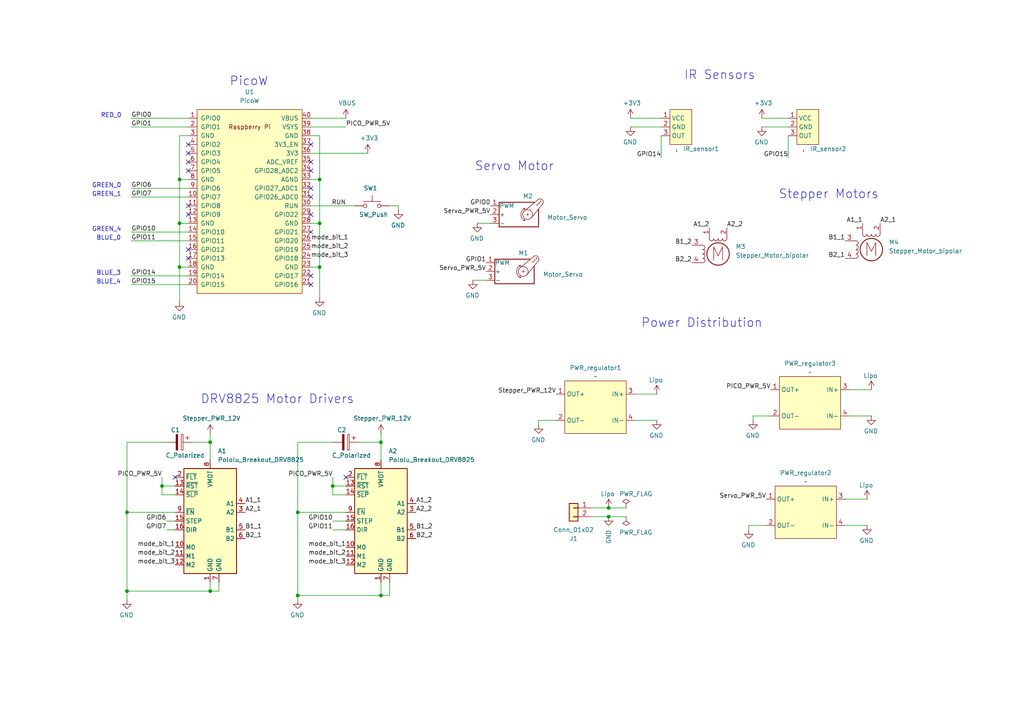
<source format=kicad_sch>
(kicad_sch (version 20231120) (generator "eeschema") (generator_version "8.0")
  (paper "A4")
  (lib_symbols
    (symbol "Connector_Generic:Conn_01x02" (pin_names (offset 1.016) hide)
      (property "Reference" "J" (at 0 2.54 0))
      (property "Value" "Conn_01x02" (at 0 -5.08 0))
      (symbol "Conn_01x02_1_1"
        (rectangle (start -1.27 -2.413) (end 0 -2.667) (stroke (width 0.1524)))
        (rectangle (start -1.27 0.127) (end 0 -0.127) (stroke (width 0.1524)))
        (rectangle (start -1.27 1.27) (end 1.27 -3.81) (stroke (width 0.254)) (fill (type background)))
        (pin passive line (at -5.08 0 0) (length 3.81) (name "Pin_1") (number "1"))
        (pin passive line (at -5.08 -2.54 0) (length 3.81) (name "Pin_2") (number "2"))
      )
    )
    (symbol "Device:C_Polarized" (pin_numbers hide) (pin_names (offset 0.254))
      (property "Reference" "C" (at 0.635 2.54 0))
      (property "Value" "C_Polarized" (at 0.635 -2.54 0))
      (symbol "C_Polarized_0_1"
        (rectangle (start -2.286 0.508) (end 2.286 1.016))
        (polyline (pts (xy -1.778 2.286) (xy -0.762 2.286)))
        (polyline (pts (xy -1.27 2.794) (xy -1.27 1.778)))
        (rectangle (start 2.286 -0.508) (end -2.286 -1.016) (fill (type outline)))
      )
      (symbol "C_Polarized_1_1"
        (pin passive line (at 0 3.81 270) (length 2.794) (name "~") (number "1"))
        (pin passive line (at 0 -3.81 90) (length 2.794) (name "~") (number "2"))
      )
    )
    (symbol "Driver_Motor:Pololu_Breakout_DRV8825"
      (property "Reference" "A" (at -2.54 16.51 0))
      (property "Value" "Pololu_Breakout_DRV8825" (at -2.54 13.97 0))
      (symbol "Pololu_Breakout_DRV8825_0_1"
        (rectangle (start 7.62 -17.78) (end -7.62 12.7) (stroke (width 0.254)) (fill (type background)))
      )
      (symbol "Pololu_Breakout_DRV8825_1_1"
        (pin power_in line (at 0 -20.32 90) (length 2.54) (name "GND") (number "1"))
        (pin input line (at -10.16 -10.16 0) (length 2.54) (name "M0") (number "10"))
        (pin input line (at -10.16 -12.7 0) (length 2.54) (name "M1") (number "11"))
        (pin input line (at -10.16 -15.24 0) (length 2.54) (name "M2") (number "12"))
        (pin input line (at -10.16 7.62 0) (length 2.54) (name "~{RST}") (number "13"))
        (pin input line (at -10.16 5.08 0) (length 2.54) (name "~{SLP}") (number "14"))
        (pin input line (at -10.16 -2.54 0) (length 2.54) (name "STEP") (number "15"))
        (pin input line (at -10.16 -5.08 0) (length 2.54) (name "DIR") (number "16"))
        (pin output line (at -10.16 10.16 0) (length 2.54) (name "~{FLT}") (number "2"))
        (pin output line (at 10.16 0 180) (length 2.54) (name "A2") (number "3"))
        (pin output line (at 10.16 2.54 180) (length 2.54) (name "A1") (number "4"))
        (pin output line (at 10.16 -5.08 180) (length 2.54) (name "B1") (number "5"))
        (pin output line (at 10.16 -7.62 180) (length 2.54) (name "B2") (number "6"))
        (pin power_in line (at 2.54 -20.32 90) (length 2.54) (name "GND") (number "7"))
        (pin power_in line (at 0 15.24 270) (length 2.54) (name "VMOT") (number "8"))
        (pin input line (at -10.16 0 0) (length 2.54) (name "~{EN}") (number "9"))
      )
    )
    (symbol "Motor:Motor_Servo" (pin_names (offset 0.0254))
      (property "Reference" "M" (at -5.08 4.445 0))
      (property "Value" "Motor_Servo" (at -5.08 -4.064 0))
      (symbol "Motor_Servo_0_1"
        (polyline (pts (xy 2.413 -1.778) (xy 2.032 -1.778)))
        (polyline (pts (xy 2.413 -1.778) (xy 2.286 -1.397)))
        (polyline (pts (xy 2.413 1.778) (xy 1.905 1.778)))
        (polyline (pts (xy 2.413 1.778) (xy 2.286 1.397)))
        (polyline (pts (xy 6.35 4.445) (xy 2.54 1.27)))
        (polyline (pts (xy 7.62 3.175) (xy 4.191 -1.016)))
        (polyline (pts (xy 5.08 3.556) (xy -5.08 3.556) (xy -5.08 -3.556) (xy 6.35 -3.556) (xy 6.35 1.524)) (stroke (width 0.254)))
        (arc (start 2.413 1.778) (mid 1.2406 0) (end 2.413 -1.778))
        (circle (center 3.175 0) (radius 0.1778))
        (circle (center 3.175 0) (radius 1.4224))
        (circle (center 5.969 2.794) (radius 0.127))
        (circle (center 6.477 3.302) (radius 0.127))
        (circle (center 6.985 3.81) (radius 0.127))
        (arc (start 7.62 3.175) (mid 7.4485 4.2735) (end 6.35 4.445))
      )
      (symbol "Motor_Servo_1_1"
        (pin passive line (at -7.62 2.54 0) (length 2.54) (name "PWM") (number "1"))
        (pin passive line (at -7.62 0 0) (length 2.54) (name "+") (number "2"))
        (pin passive line (at -7.62 -2.54 0) (length 2.54) (name "-") (number "3"))
      )
    )
    (symbol "Motor:Stepper_Motor_bipolar" (pin_names (offset 0) hide)
      (property "Reference" "M" (at 3.81 2.54 0))
      (property "Value" "Stepper_Motor_bipolar" (at 3.81 1.27 0))
      (symbol "Stepper_Motor_bipolar_0_0"
        (polyline (pts (xy -1.27 -1.778) (xy -1.27 2.032) (xy 0 -0.508) (xy 1.27 2.032) (xy 1.27 -1.778)))
      )
      (symbol "Stepper_Motor_bipolar_0_1"
        (arc (start -4.445 -2.54) (mid -3.8127 -1.905) (end -4.445 -1.27))
        (arc (start -4.445 -1.27) (mid -3.8127 -0.635) (end -4.445 0))
        (arc (start -4.445 0) (mid -3.8127 0.635) (end -4.445 1.27))
        (arc (start -4.445 1.27) (mid -3.8127 1.905) (end -4.445 2.54))
        (arc (start -2.54 4.445) (mid -1.905 3.8127) (end -1.27 4.445))
        (arc (start -1.27 4.445) (mid -0.635 3.8127) (end 0 4.445))
        (polyline (pts (xy -5.08 -2.54) (xy -4.445 -2.54)))
        (polyline (pts (xy -5.08 2.54) (xy -4.445 2.54)))
        (polyline (pts (xy -2.54 5.08) (xy -2.54 4.445)))
        (polyline (pts (xy 2.54 5.08) (xy 2.54 4.445)))
        (circle (center 0 0) (radius 3.2512) (stroke (width 0.254)))
        (arc (start 0 4.445) (mid 0.635 3.8127) (end 1.27 4.445))
        (arc (start 1.27 4.445) (mid 1.905 3.8127) (end 2.54 4.445))
      )
      (symbol "Stepper_Motor_bipolar_1_1"
        (pin passive line (at -2.54 7.62 270) (length 2.54) (name "~") (number "1"))
        (pin passive line (at 2.54 7.62 270) (length 2.54) (name "-") (number "2"))
        (pin passive line (at -7.62 2.54 0) (length 2.54) (name "~") (number "3"))
        (pin passive line (at -7.62 -2.54 0) (length 2.54) (name "~") (number "4"))
      )
    )
    (symbol "New_Library:IR_sensor"
      (property "Reference" "IR_sensor" (at 0 5.08 0))
      (symbol "IR_sensor_1_1"
        (rectangle (start -5.08 3.81) (end 5.08 -2.54) (fill (type background)))
        (pin power_in line (at -2.54 -5.08 90) (length 2.54) (name "VCC") (number "1"))
        (pin bidirectional line (at 0 -5.08 90) (length 2.54) (name "GND") (number "2"))
        (pin bidirectional line (at 2.54 -5.08 90) (length 2.54) (name "OUT") (number "3"))
      )
    )
    (symbol "New_Library:PicoW" (pin_names (offset 1.016))
      (property "Reference" "U1" (at 0 29.21 0))
      (property "Value" "PicoW" (at 0 16.51 0))
      (symbol "PicoW_0_0"
        (text "Raspberry Pi" (at 0 21.59 0) (effects (font (size 1.27 1.27))))
      )
      (symbol "PicoW_0_1"
        (rectangle (start -15.24 26.67) (end 15.24 -26.67) (fill (type background)))
      )
      (symbol "PicoW_1_1"
        (pin bidirectional line (at -17.78 24.13 0) (length 2.54) (name "GPIO0") (number "1"))
        (pin bidirectional line (at -17.78 1.27 0) (length 2.54) (name "GPIO7") (number "10"))
        (pin bidirectional line (at -17.78 -1.27 0) (length 2.54) (name "GPIO8") (number "11"))
        (pin bidirectional line (at -17.78 -3.81 0) (length 2.54) (name "GPIO9") (number "12"))
        (pin power_in line (at -17.78 -6.35 0) (length 2.54) (name "GND") (number "13"))
        (pin bidirectional line (at -17.78 -8.89 0) (length 2.54) (name "GPIO10") (number "14"))
        (pin bidirectional line (at -17.78 -11.43 0) (length 2.54) (name "GPIO11") (number "15"))
        (pin bidirectional line (at -17.78 -13.97 0) (length 2.54) (name "GPIO12") (number "16"))
        (pin bidirectional line (at -17.78 -16.51 0) (length 2.54) (name "GPIO13") (number "17"))
        (pin power_in line (at -17.78 -19.05 0) (length 2.54) (name "GND") (number "18"))
        (pin bidirectional line (at -17.78 -21.59 0) (length 2.54) (name "GPIO14") (number "19"))
        (pin bidirectional line (at -17.78 21.59 0) (length 2.54) (name "GPIO1") (number "2"))
        (pin bidirectional line (at -17.78 -24.13 0) (length 2.54) (name "GPIO15") (number "20"))
        (pin bidirectional line (at 17.78 -24.13 180) (length 2.54) (name "GPIO16") (number "21"))
        (pin bidirectional line (at 17.78 -21.59 180) (length 2.54) (name "GPIO17") (number "22"))
        (pin power_in line (at 17.78 -19.05 180) (length 2.54) (name "GND") (number "23"))
        (pin bidirectional line (at 17.78 -16.51 180) (length 2.54) (name "GPIO18") (number "24"))
        (pin bidirectional line (at 17.78 -13.97 180) (length 2.54) (name "GPIO19") (number "25"))
        (pin bidirectional line (at 17.78 -11.43 180) (length 2.54) (name "GPIO20") (number "26"))
        (pin bidirectional line (at 17.78 -8.89 180) (length 2.54) (name "GPIO21") (number "27"))
        (pin power_in line (at 17.78 -6.35 180) (length 2.54) (name "GND") (number "28"))
        (pin bidirectional line (at 17.78 -3.81 180) (length 2.54) (name "GPIO22") (number "29"))
        (pin power_in line (at -17.78 19.05 0) (length 2.54) (name "GND") (number "3"))
        (pin input line (at 17.78 -1.27 180) (length 2.54) (name "RUN") (number "30"))
        (pin bidirectional line (at 17.78 1.27 180) (length 2.54) (name "GPIO26_ADC0") (number "31"))
        (pin bidirectional line (at 17.78 3.81 180) (length 2.54) (name "GPIO27_ADC1") (number "32"))
        (pin power_in line (at 17.78 6.35 180) (length 2.54) (name "AGND") (number "33"))
        (pin bidirectional line (at 17.78 8.89 180) (length 2.54) (name "GPIO28_ADC2") (number "34"))
        (pin unspecified line (at 17.78 11.43 180) (length 2.54) (name "ADC_VREF") (number "35"))
        (pin power_out line (at 17.78 13.97 180) (length 2.54) (name "3V3") (number "36"))
        (pin input line (at 17.78 16.51 180) (length 2.54) (name "3V3_EN") (number "37"))
        (pin bidirectional line (at 17.78 19.05 180) (length 2.54) (name "GND") (number "38"))
        (pin power_in line (at 17.78 21.59 180) (length 2.54) (name "VSYS") (number "39"))
        (pin bidirectional line (at -17.78 16.51 0) (length 2.54) (name "GPIO2") (number "4"))
        (pin power_out line (at 17.78 24.13 180) (length 2.54) (name "VBUS") (number "40"))
        (pin bidirectional line (at -17.78 13.97 0) (length 2.54) (name "GPIO3") (number "5"))
        (pin bidirectional line (at -17.78 11.43 0) (length 2.54) (name "GPIO4") (number "6"))
        (pin bidirectional line (at -17.78 8.89 0) (length 2.54) (name "GPIO5") (number "7"))
        (pin power_in line (at -17.78 6.35 0) (length 2.54) (name "GND") (number "8"))
        (pin bidirectional line (at -17.78 3.81 0) (length 2.54) (name "GPIO6") (number "9"))
      )
    )
    (symbol "New_Library:Power_regulator"
      (property "Reference" "PWR_regulator" (at -0.254 10.16 0))
      (symbol "Power_regulator_1_1"
        (rectangle (start -8.89 7.62) (end 8.89 -7.62) (fill (type background)))
        (pin power_out line (at -11.43 3.81 0) (length 2.54) (name "OUT+") (number "1"))
        (pin power_in line (at -11.43 -3.81 0) (length 2.54) (name "OUT-") (number "2"))
        (pin power_in line (at 11.43 3.81 180) (length 2.54) (name "IN+") (number "3"))
        (pin power_in line (at 11.43 -3.81 180) (length 2.54) (name "IN-") (number "4"))
      )
    )
    (symbol "Switch:SW_Push" (pin_numbers hide) (pin_names (offset 1.016) hide)
      (property "Reference" "SW" (at 1.27 2.54 0))
      (property "Value" "SW_Push" (at 0 -1.524 0))
      (symbol "SW_Push_0_1"
        (circle (center -2.032 0) (radius 0.508))
        (polyline (pts (xy 0 1.27) (xy 0 3.048)))
        (polyline (pts (xy 2.54 1.27) (xy -2.54 1.27)))
        (circle (center 2.032 0) (radius 0.508))
        (pin passive line (at -5.08 0 0) (length 2.54) (name "1") (number "1"))
        (pin passive line (at 5.08 0 180) (length 2.54) (name "2") (number "2"))
      )
    )
    (symbol "power:+3.3V" (power) (pin_numbers hide) (pin_names (offset 0) hide)
      (property "Value" "+3.3V" (at 0 3.556 0))
      (symbol "+3.3V_0_1"
        (polyline (pts (xy -0.762 1.27) (xy 0 2.54)))
        (polyline (pts (xy 0 0) (xy 0 2.54)))
        (polyline (pts (xy 0 2.54) (xy 0.762 1.27)))
      )
      (symbol "+3.3V_1_1"
        (pin power_in line (at 0 0 90) (length 0) (name "~") (number "1"))
      )
    )
    (symbol "power:GND" (power) (pin_numbers hide) (pin_names (offset 0) hide)
      (property "Value" "GND" (at 0 -3.81 0))
      (symbol "GND_0_1"
        (polyline (pts (xy 0 0) (xy 0 -1.27) (xy 1.27 -1.27) (xy 0 -2.54) (xy -1.27 -1.27) (xy 0 -1.27)))
      )
      (symbol "GND_1_1"
        (pin power_in line (at 0 0 270) (length 0) (name "~") (number "1"))
      )
    )
    (symbol "power:PWR_FLAG" (power) (pin_numbers hide) (pin_names (offset 0) hide)
      (property "Value" "PWR_FLAG" (at 0 3.81 0))
      (symbol "PWR_FLAG_0_0"
        (pin power_out line (at 0 0 90) (length 0) (name "~") (number "1"))
      )
      (symbol "PWR_FLAG_0_1"
        (polyline (pts (xy 0 0) (xy 0 1.27) (xy -1.016 1.905) (xy 0 2.54) (xy 1.016 1.905) (xy 0 1.27)))
      )
    )
    (symbol "power:VBUS" (power) (pin_numbers hide) (pin_names (offset 0) hide)
      (property "Value" "VBUS" (at 0 3.556 0))
      (symbol "VBUS_0_1"
        (polyline (pts (xy -0.762 1.27) (xy 0 2.54)))
        (polyline (pts (xy 0 0) (xy 0 2.54)))
        (polyline (pts (xy 0 2.54) (xy 0.762 1.27)))
      )
      (symbol "VBUS_1_1"
        (pin power_in line (at 0 0 90) (length 0) (name "~") (number "1"))
      )
    )
    (symbol "power:VCC" (power) (pin_numbers hide) (pin_names (offset 0) hide)
      (property "Value" "VCC" (at 0 3.556 0))
      (symbol "VCC_0_1"
        (polyline (pts (xy -0.762 1.27) (xy 0 2.54)))
        (polyline (pts (xy 0 0) (xy 0 2.54)))
        (polyline (pts (xy 0 2.54) (xy 0.762 1.27)))
      )
      (symbol "VCC_1_1"
        (pin power_in line (at 0 0 90) (length 0) (name "~") (number "1"))
      )
    )
  )
  (junction (at 96.52 140.97))
  (junction (at 176.53 147.32))
  (junction (at 46.99 140.97))
  (junction (at 86.36 148.59))
  (junction (at 86.36 172.72))
  (junction (at 52.07 77.47))
  (junction (at 92.71 64.77))
  (junction (at 52.07 64.77))
  (junction (at 52.07 52.07))
  (junction (at 92.71 77.47))
  (junction (at 110.49 172.72))
  (junction (at 36.83 171.45))
  (junction (at 176.53 149.86))
  (junction (at 60.96 171.45))
  (junction (at 92.71 52.07))
  (junction (at 110.49 128.27))
  (junction (at 60.96 128.27))
  (junction (at 36.83 148.59))
  (no_connect (at 54.61 41.91))
  (no_connect (at 90.17 57.15))
  (no_connect (at 54.61 49.53))
  (no_connect (at 90.17 62.23))
  (no_connect (at 50.8 138.43))
  (no_connect (at 90.17 54.61))
  (no_connect (at 54.61 62.23))
  (no_connect (at 90.17 49.53))
  (no_connect (at 54.61 44.45))
  (no_connect (at 90.17 41.91))
  (no_connect (at 54.61 59.69))
  (no_connect (at 90.17 46.99))
  (no_connect (at 54.61 72.39))
  (no_connect (at 90.17 82.55))
  (no_connect (at 90.17 67.31))
  (no_connect (at 100.33 138.43))
  (no_connect (at 54.61 46.99))
  (no_connect (at 90.17 80.01))
  (no_connect (at 54.61 74.93))
  (wire (pts (xy 55.88 128.27) (xy 60.96 128.27)))
  (wire (pts (xy 48.26 151.13) (xy 50.8 151.13)))
  (wire (pts (xy 137.16 81.28) (xy 140.97 81.28)))
  (wire (pts (xy 46.99 140.97) (xy 50.8 140.97)))
  (wire (pts (xy 54.61 39.37) (xy 52.07 39.37)))
  (wire (pts (xy 63.5 168.91) (xy 63.5 171.45)))
  (wire (pts (xy 46.99 143.51) (xy 50.8 143.51)))
  (wire (pts (xy 218.44 121.92) (xy 218.44 120.65)))
  (wire (pts (xy 220.98 34.29) (xy 228.6 34.29)))
  (wire (pts (xy 96.52 151.13) (xy 100.33 151.13)))
  (wire (pts (xy 52.07 52.07) (xy 52.07 64.77)))
  (wire (pts (xy 113.03 168.91) (xy 113.03 172.72)))
  (wire (pts (xy 60.96 125.73) (xy 60.96 128.27)))
  (wire (pts (xy 96.52 140.97) (xy 100.33 140.97)))
  (wire (pts (xy 156.21 121.92) (xy 161.29 121.92)))
  (wire (pts (xy 92.71 52.07) (xy 92.71 64.77)))
  (wire (pts (xy 54.61 77.47) (xy 52.07 77.47)))
  (wire (pts (xy 38.1 80.01) (xy 54.61 80.01)))
  (wire (pts (xy 38.1 57.15) (xy 54.61 57.15)))
  (wire (pts (xy 38.1 34.29) (xy 54.61 34.29)))
  (wire (pts (xy 38.1 82.55) (xy 54.61 82.55)))
  (wire (pts (xy 246.38 120.65) (xy 252.73 120.65)))
  (wire (pts (xy 36.83 128.27) (xy 36.83 148.59)))
  (wire (pts (xy 156.21 123.19) (xy 156.21 121.92)))
  (wire (pts (xy 38.1 69.85) (xy 54.61 69.85)))
  (wire (pts (xy 48.26 153.67) (xy 50.8 153.67)))
  (wire (pts (xy 90.17 39.37) (xy 92.71 39.37)))
  (wire (pts (xy 52.07 77.47) (xy 52.07 87.63)))
  (wire (pts (xy 217.17 152.4) (xy 222.25 152.4)))
  (wire (pts (xy 171.45 147.32) (xy 176.53 147.32)))
  (wire (pts (xy 90.17 44.45) (xy 106.68 44.45)))
  (wire (pts (xy 60.96 128.27) (xy 60.96 133.35)))
  (wire (pts (xy 46.99 140.97) (xy 46.99 138.43)))
  (wire (pts (xy 38.1 54.61) (xy 54.61 54.61)))
  (wire (pts (xy 96.52 140.97) (xy 96.52 143.51)))
  (wire (pts (xy 246.38 113.03) (xy 252.73 113.03)))
  (wire (pts (xy 138.43 64.77) (xy 142.24 64.77)))
  (wire (pts (xy 184.15 121.92) (xy 190.5 121.92)))
  (wire (pts (xy 96.52 143.51) (xy 100.33 143.51)))
  (wire (pts (xy 54.61 64.77) (xy 52.07 64.77)))
  (wire (pts (xy 86.36 148.59) (xy 100.33 148.59)))
  (wire (pts (xy 245.11 152.4) (xy 251.46 152.4)))
  (wire (pts (xy 36.83 173.99) (xy 36.83 171.45)))
  (wire (pts (xy 90.17 77.47) (xy 92.71 77.47)))
  (wire (pts (xy 86.36 172.72) (xy 110.49 172.72)))
  (wire (pts (xy 104.14 128.27) (xy 110.49 128.27)))
  (wire (pts (xy 245.11 144.78) (xy 251.46 144.78)))
  (wire (pts (xy 36.83 171.45) (xy 60.96 171.45)))
  (wire (pts (xy 86.36 128.27) (xy 86.36 148.59)))
  (wire (pts (xy 52.07 64.77) (xy 52.07 77.47)))
  (wire (pts (xy 60.96 171.45) (xy 60.96 168.91)))
  (wire (pts (xy 184.15 114.3) (xy 190.5 114.3)))
  (wire (pts (xy 92.71 64.77) (xy 92.71 77.47)))
  (wire (pts (xy 36.83 148.59) (xy 36.83 171.45)))
  (wire (pts (xy 217.17 153.67) (xy 217.17 152.4)))
  (wire (pts (xy 110.49 172.72) (xy 110.49 168.91)))
  (wire (pts (xy 46.99 140.97) (xy 46.99 143.51)))
  (wire (pts (xy 96.52 153.67) (xy 100.33 153.67)))
  (wire (pts (xy 38.1 36.83) (xy 54.61 36.83)))
  (wire (pts (xy 90.17 34.29) (xy 100.33 34.29)))
  (wire (pts (xy 182.88 36.83) (xy 191.77 36.83)))
  (wire (pts (xy 90.17 52.07) (xy 92.71 52.07)))
  (wire (pts (xy 48.26 128.27) (xy 36.83 128.27)))
  (wire (pts (xy 218.44 120.65) (xy 223.52 120.65)))
  (wire (pts (xy 228.6 45.72) (xy 228.6 39.37)))
  (wire (pts (xy 220.98 36.83) (xy 228.6 36.83)))
  (wire (pts (xy 92.71 39.37) (xy 92.71 52.07)))
  (wire (pts (xy 176.53 147.32) (xy 181.61 147.32)))
  (wire (pts (xy 86.36 173.99) (xy 86.36 172.72)))
  (wire (pts (xy 63.5 171.45) (xy 60.96 171.45)))
  (wire (pts (xy 191.77 45.72) (xy 191.77 39.37)))
  (wire (pts (xy 182.88 34.29) (xy 191.77 34.29)))
  (wire (pts (xy 113.03 59.69) (xy 115.57 59.69)))
  (wire (pts (xy 110.49 125.73) (xy 110.49 128.27)))
  (wire (pts (xy 52.07 39.37) (xy 52.07 52.07)))
  (wire (pts (xy 90.17 64.77) (xy 92.71 64.77)))
  (wire (pts (xy 96.52 128.27) (xy 86.36 128.27)))
  (wire (pts (xy 92.71 77.47) (xy 92.71 86.36)))
  (wire (pts (xy 38.1 67.31) (xy 54.61 67.31)))
  (wire (pts (xy 86.36 148.59) (xy 86.36 172.72)))
  (wire (pts (xy 176.53 149.86) (xy 181.61 149.86)))
  (wire (pts (xy 90.17 36.83) (xy 100.33 36.83)))
  (wire (pts (xy 36.83 148.59) (xy 50.8 148.59)))
  (wire (pts (xy 113.03 172.72) (xy 110.49 172.72)))
  (wire (pts (xy 110.49 128.27) (xy 110.49 133.35)))
  (wire (pts (xy 90.17 59.69) (xy 102.87 59.69)))
  (wire (pts (xy 54.61 52.07) (xy 52.07 52.07)))
  (wire (pts (xy 171.45 149.86) (xy 176.53 149.86)))
  (wire (pts (xy 96.52 138.43) (xy 96.52 140.97)))
  (wire (pts (xy 115.57 59.69) (xy 115.57 60.96)))
  (text "BLUE_0" (at 27.94 69.85 0) (effects (font (size 1.27 1.27)) (justify left bottom)))
  (text "IR Sensors\n" (at 198.374 23.368 0) (effects (font (size 2.54 2.54)) (justify left bottom)))
  (text "DRV8825 Motor Drivers" (at 58.166 117.348 0) (effects (font (size 2.54 2.54)) (justify left bottom)))
  (text "Power Distribution\n" (at 185.928 95.25 0) (effects (font (size 2.54 2.54)) (justify left bottom)))
  (text "Servo Motor\n" (at 137.668 49.784 0) (effects (font (size 2.54 2.54)) (justify left bottom)))
  (text "GREEN_0" (at 26.67 54.61 0) (effects (font (size 1.27 1.27)) (justify left bottom)))
  (text "GREEN_4" (at 26.67 67.31 0) (effects (font (size 1.27 1.27)) (justify left bottom)))
  (text "PicoW" (at 66.548 25.146 0) (effects (font (size 2.54 2.54)) (justify left bottom)))
  (text "BLUE_4" (at 27.94 82.55 0) (effects (font (size 1.27 1.27)) (justify left bottom)))
  (text "GREEN_1" (at 26.67 57.15 0) (effects (font (size 1.27 1.27)) (justify left bottom)))
  (text "Stepper Motors\n" (at 225.806 57.912 0) (effects (font (size 2.54 2.54)) (justify left bottom)))
  (text "BLUE_3" (at 27.94 80.01 0) (effects (font (size 1.27 1.27)) (justify left bottom)))
  (text "RED_0" (at 29.21 34.29 0) (effects (font (size 1.27 1.27)) (justify left bottom)))
  (label "mode_bit_2" (at 100.33 161.29 180))
  (label "mode_bit_3" (at 100.33 163.83 180))
  (label "GPIO0" (at 38.1 34.29 0))
  (label "GPIO1" (at 140.97 76.2 180))
  (label "A2_2" (at 120.65 148.59 0))
  (label "mode_bit_2" (at 50.8 161.29 180))
  (label "Stepper_PWR_12V" (at 161.29 114.3 180))
  (label "mode_bit_3" (at 90.17 74.93 0))
  (label "GPIO0" (at 142.24 59.69 180))
  (label "mode_bit_2" (at 90.17 72.39 0))
  (label "GPIO11" (at 38.1 69.85 0))
  (label "B1_1" (at 245.11 69.85 180))
  (label "GPIO14" (at 38.1 80.01 0))
  (label "GPIO6" (at 48.26 151.13 180))
  (label "Servo_PWR_5V" (at 222.25 144.78 180))
  (label "A1_2" (at 120.65 146.05 0))
  (label "B1_2" (at 200.66 71.12 180))
  (label "A2_2" (at 210.82 66.04 0))
  (label "GPIO6" (at 38.1 54.61 0))
  (label "PICO_PWR_5V" (at 46.99 138.43 180))
  (label "PICO_PWR_5V" (at 96.52 138.43 180))
  (label "B2_2" (at 200.66 76.2 180))
  (label "mode_bit_3" (at 50.8 163.83 180))
  (label "Servo_PWR_5V" (at 140.97 78.74 180))
  (label "GPIO1" (at 38.1 36.83 0))
  (label "B1_1" (at 71.12 153.67 0))
  (label "GPIO7" (at 38.1 57.15 0))
  (label "GPIO10" (at 96.52 151.13 180))
  (label "GPIO10" (at 38.1 67.31 0))
  (label "RUN" (at 100.33 59.69 180))
  (label "A2_1" (at 255.27 64.77 0))
  (label "mode_bit_1" (at 50.8 158.75 180))
  (label "GPIO11" (at 96.52 153.67 180))
  (label "GPIO15" (at 228.6 45.72 180))
  (label "PICO_PWR_5V" (at 100.33 36.83 0))
  (label "A1_1" (at 250.19 64.77 180))
  (label "B2_2" (at 120.65 156.21 0))
  (label "GPIO14" (at 191.77 45.72 180))
  (label "B2_1" (at 245.11 74.93 180))
  (label "B1_2" (at 120.65 153.67 0))
  (label "GPIO15" (at 38.1 82.55 0))
  (label "PICO_PWR_5V" (at 223.52 113.03 180))
  (label "Servo_PWR_5V" (at 142.24 62.23 180))
  (label "A2_1" (at 71.12 148.59 0))
  (label "B2_1" (at 71.12 156.21 0))
  (label "A1_1" (at 71.12 146.05 0))
  (label "mode_bit_1" (at 100.33 158.75 180))
  (label "mode_bit_1" (at 90.17 69.85 0))
  (label "GPIO7" (at 48.26 153.67 180))
  (label "A1_2" (at 205.74 66.04 180))
  (symbol (lib_id "power:GND") (at 86.36 173.99 0) (mirror y) (unit 1)
    (property "Reference" "#PWR05" (effects (hide yes)))
    (property "Value" "GND" (at 86.233 178.3842 0))
    (property "Description" "Power symbol creates a global label with name \"GND\" , ground" (effects (hide yes)))
  )
  (symbol (lib_id "power:GND") (at 138.43 64.77 0) (mirror y) (unit 1)
    (property "Reference" "#PWR012" (effects (hide yes)))
    (property "Value" "GND" (at 138.303 69.1642 0))
    (property "Description" "Power symbol creates a global label with name \"GND\" , ground" (effects (hide yes)))
  )
  (symbol (lib_id "power:+3.3V") (at 106.68 44.45 0) (unit 1)
    (property "Reference" "#PWR08" (effects (hide yes)))
    (property "Value" "+3V3" (at 107.061 40.0558 0))
    (property "Description" "Power symbol creates a global label with name \"+3.3V\"" (effects (hide yes)))
  )
  (symbol (lib_id "power:VCC") (at 190.5 114.3 0) (unit 1)
    (property "Reference" "#PWR017" (effects (hide yes)))
    (property "Value" "Lipo" (at 190.246 110.236 0))
    (property "Description" "Power symbol creates a global label with name \"VCC\"" (effects (hide yes)))
  )
  (symbol (lib_id "New_Library:IR_sensor") (at 233.68 36.83 270) (unit 1)
    (property "Reference" "IR_sensor2" (at 234.9501 43.18 90) (effects (justify left)))
    (property "Value" "~" (at 233.045 43.18 0) (effects (justify left)))
    (property "Footprint" "Connector_PinHeader_2.54mm:PinHeader_1x03_P2.54mm_Vertical" (effects (hide yes)))
  )
  (symbol (lib_id "Motor:Motor_Servo") (at 148.59 78.74 0) (unit 1)
    (property "Reference" "M1" (at 150.368 73.406 0) (effects (justify left)))
    (property "Value" "Motor_Servo" (at 157.48 79.5765 0) (effects (justify left)))
    (property "Footprint" "Connector_PinHeader_2.54mm:PinHeader_1x03_P2.54mm_Horizontal" (effects (hide yes)))
    (property "Datasheet" "http://forums.parallax.com/uploads/attachments/46831/74481.png" (effects (hide yes)))
    (property "Description" "Servo Motor (Futaba, HiTec, JR connector)" (effects (hide yes)))
  )
  (symbol (lib_id "Device:C_Polarized") (at 52.07 128.27 270) (unit 1)
    (property "Reference" "C1" (at 49.53 124.714 90) (effects (justify left)))
    (property "Value" "C_Polarized" (at 48.006 132.08 90) (effects (justify left)))
    (property "Footprint" "Capacitor_THT:CP_Radial_D6.3mm_P2.50mm" (effects (hide yes)))
    (property "Description" "Polarized capacitor" (effects (hide yes)))
  )
  (symbol (lib_id "Connector_Generic:Conn_01x02") (at 166.37 147.32 0) (mirror y) (unit 1)
    (property "Reference" "J1" (at 166.37 156.21 0))
    (property "Value" "Conn_01x02" (at 166.37 153.67 0))
    (property "Footprint" "Connector_AMASS:AMASS_XT60PW-M_1x02_P7.20mm_Horizontal" (effects (hide yes)))
    (property "Description" "Generic connector, single row, 01x02, script generated (kicad-library-utils/schlib/autogen/connector/)" (effects (hide yes)))
  )
  (symbol (lib_id "power:GND") (at 156.21 123.19 0) (mirror y) (unit 1)
    (property "Reference" "#PWR013" (effects (hide yes)))
    (property "Value" "GND" (at 156.083 127.5842 0))
    (property "Description" "Power symbol creates a global label with name \"GND\" , ground" (effects (hide yes)))
  )
  (symbol (lib_id "power:GND") (at 220.98 36.83 0) (mirror y) (unit 1)
    (property "Reference" "#PWR023" (effects (hide yes)))
    (property "Value" "GND" (at 220.853 41.2242 0))
    (property "Description" "Power symbol creates a global label with name \"GND\" , ground" (effects (hide yes)))
  )
  (symbol (lib_id "power:GND") (at 182.88 36.83 0) (mirror y) (unit 1)
    (property "Reference" "#PWR019" (effects (hide yes)))
    (property "Value" "GND" (at 182.753 41.2242 0))
    (property "Description" "Power symbol creates a global label with name \"GND\" , ground" (effects (hide yes)))
  )
  (symbol (lib_id "power:GND") (at 252.73 120.65 0) (mirror y) (unit 1)
    (property "Reference" "#PWR027" (effects (hide yes)))
    (property "Value" "GND" (at 252.603 125.0442 0))
    (property "Description" "Power symbol creates a global label with name \"GND\" , ground" (effects (hide yes)))
  )
  (symbol (lib_id "power:+3.3V") (at 182.88 34.29 0) (unit 1)
    (property "Reference" "#PWR016" (effects (hide yes)))
    (property "Value" "+3V3" (at 183.261 29.8958 0))
    (property "Description" "Power symbol creates a global label with name \"+3.3V\"" (effects (hide yes)))
  )
  (symbol (lib_id "power:+3.3V") (at 60.96 125.73 0) (unit 1)
    (property "Reference" "#PWR03" (effects (hide yes)))
    (property "Value" "Stepper_PWR_12V" (at 61.341 121.3358 0))
    (property "Description" "Power symbol creates a global label with name \"+3.3V\"" (effects (hide yes)))
  )
  (symbol (lib_id "New_Library:Power_regulator") (at 233.68 148.59 0) (unit 1)
    (property "Reference" "PWR_regulator2" (at 233.68 137.16 0))
    (property "Value" "~" (at 233.68 139.7 0))
    (property "Footprint" "capstone:YAAJ_DCDC_StepDown_LM2596" (effects (hide yes)))
  )
  (symbol (lib_id "New_Library:Power_regulator") (at 234.95 116.84 0) (unit 1)
    (property "Reference" "PWR_regulator3" (at 234.95 105.41 0))
    (property "Value" "~" (at 234.95 107.95 0))
    (property "Footprint" "capstone:YAAJ_DCDC_StepDown_LM2596" (effects (hide yes)))
  )
  (symbol (lib_id "power:GND") (at 217.17 153.67 0) (mirror y) (unit 1)
    (property "Reference" "#PWR020" (effects (hide yes)))
    (property "Value" "GND" (at 217.043 158.0642 0))
    (property "Description" "Power symbol creates a global label with name \"GND\" , ground" (effects (hide yes)))
  )
  (symbol (lib_id "New_Library:PicoW") (at 72.39 58.42 0) (unit 1)
    (property "Reference" "U1" (at 72.39 26.67 0))
    (property "Value" "PicoW" (at 72.39 29.21 0))
    (property "Footprint" "capstone:RPi_PicoW_SMD_TH" (effects (hide yes)))
  )
  (symbol (lib_id "New_Library:Power_regulator") (at 172.72 118.11 0) (unit 1)
    (property "Reference" "PWR_regulator1" (at 172.72 106.68 0))
    (property "Value" "~" (at 172.72 109.22 0))
    (property "Footprint" "capstone:YAAJ_DCDC_StepDown_LM2596" (effects (hide yes)))
  )
  (symbol (lib_id "Driver_Motor:Pololu_Breakout_DRV8825") (at 110.49 148.59 0) (unit 1)
    (property "Reference" "A2" (at 112.6841 130.81 0) (effects (justify left)))
    (property "Value" "Pololu_Breakout_DRV8825" (at 112.6841 133.35 0) (effects (justify left)))
    (property "Footprint" "Module:Pololu_Breakout-16_15.2x20.3mm" (effects (hide yes)))
    (property "Datasheet" "https://www.pololu.com/product/2982" (effects (hide yes)))
    (property "Description" "Pololu Breakout Board, Stepper Driver DRV8825" (effects (hide yes)))
  )
  (symbol (lib_id "power:PWR_FLAG") (at 181.61 147.32 0) (unit 1)
    (property "Reference" "#FLG01" (effects (hide yes)))
    (property "Value" "PWR_FLAG" (at 184.404 143.256 0))
    (property "Description" "Special symbol for telling ERC where power comes from" (effects (hide yes)))
  )
  (symbol (lib_id "Motor:Stepper_Motor_bipolar") (at 208.28 73.66 0) (unit 1)
    (property "Reference" "M3" (at 213.36 71.539 0) (effects (justify left)))
    (property "Value" "Stepper_Motor_bipolar" (at 213.36 74.079 0) (effects (justify left)))
    (property "Footprint" "Connector_PinHeader_2.54mm:PinHeader_1x04_P2.54mm_Horizontal" (effects (hide yes)))
    (property "Datasheet" "http://www.infineon.com/dgdl/Application-Note-TLE8110EE_driving_UniPolarStepperMotor_V1.1.pdf?fileId=db3a30431be39b97011be5d0aa0a00b0" (effects (hide yes)))
    (property "Description" "4-wire bipolar stepper motor" (effects (hide yes)))
  )
  (symbol (lib_id "power:GND") (at 251.46 152.4 0) (mirror y) (unit 1)
    (property "Reference" "#PWR025" (effects (hide yes)))
    (property "Value" "GND" (at 251.333 156.7942 0))
    (property "Description" "Power symbol creates a global label with name \"GND\" , ground" (effects (hide yes)))
  )
  (symbol (lib_id "power:GND") (at 176.53 149.86 0) (unit 1)
    (property "Reference" "#PWR015" (effects (hide yes)))
    (property "Value" "GND" (at 176.5301 153.67 90) (effects (justify right)))
    (property "Description" "Power symbol creates a global label with name \"GND\" , ground" (effects (hide yes)))
  )
  (symbol (lib_id "Driver_Motor:Pololu_Breakout_DRV8825") (at 60.96 148.59 0) (unit 1)
    (property "Reference" "A1" (at 63.1541 130.81 0) (effects (justify left)))
    (property "Value" "Pololu_Breakout_DRV8825" (at 63.1541 133.35 0) (effects (justify left)))
    (property "Footprint" "Module:Pololu_Breakout-16_15.2x20.3mm" (effects (hide yes)))
    (property "Datasheet" "https://www.pololu.com/product/2982" (effects (hide yes)))
    (property "Description" "Pololu Breakout Board, Stepper Driver DRV8825" (effects (hide yes)))
  )
  (symbol (lib_id "power:VBUS") (at 100.33 34.29 0) (unit 1)
    (property "Reference" "#PWR07" (effects (hide yes)))
    (property "Value" "VBUS" (at 100.711 29.8958 0))
    (property "Description" "Power symbol creates a global label with name \"VBUS\"" (effects (hide yes)))
  )
  (symbol (lib_id "power:VCC") (at 251.46 144.78 0) (unit 1)
    (property "Reference" "#PWR024" (effects (hide yes)))
    (property "Value" "Lipo" (at 251.206 140.716 0))
    (property "Description" "Power symbol creates a global label with name \"VCC\"" (effects (hide yes)))
  )
  (symbol (lib_id "power:+3.3V") (at 110.49 125.73 0) (unit 1)
    (property "Reference" "#PWR09" (effects (hide yes)))
    (property "Value" "Stepper_PWR_12V" (at 110.871 121.3358 0))
    (property "Description" "Power symbol creates a global label with name \"+3.3V\"" (effects (hide yes)))
  )
  (symbol (lib_id "power:GND") (at 92.71 86.36 0) (mirror y) (unit 1)
    (property "Reference" "#PWR06" (effects (hide yes)))
    (property "Value" "GND" (at 92.583 90.7542 0))
    (property "Description" "Power symbol creates a global label with name \"GND\" , ground" (effects (hide yes)))
  )
  (symbol (lib_id "Motor:Motor_Servo") (at 149.86 62.23 0) (unit 1)
    (property "Reference" "M2" (at 151.638 56.896 0) (effects (justify left)))
    (property "Value" "Motor_Servo" (at 158.75 63.0665 0) (effects (justify left)))
    (property "Footprint" "Connector_PinHeader_2.54mm:PinHeader_1x03_P2.54mm_Horizontal" (effects (hide yes)))
    (property "Datasheet" "http://forums.parallax.com/uploads/attachments/46831/74481.png" (effects (hide yes)))
    (property "Description" "Servo Motor (Futaba, HiTec, JR connector)" (effects (hide yes)))
  )
  (symbol (lib_id "power:GND") (at 36.83 173.99 0) (mirror y) (unit 1)
    (property "Reference" "#PWR01" (effects (hide yes)))
    (property "Value" "GND" (at 36.703 178.3842 0))
    (property "Description" "Power symbol creates a global label with name \"GND\" , ground" (effects (hide yes)))
  )
  (symbol (lib_id "power:GND") (at 137.16 81.28 0) (mirror y) (unit 1)
    (property "Reference" "#PWR011" (effects (hide yes)))
    (property "Value" "GND" (at 137.033 85.6742 0))
    (property "Description" "Power symbol creates a global label with name \"GND\" , ground" (effects (hide yes)))
  )
  (symbol (lib_id "Device:C_Polarized") (at 100.33 128.27 270) (unit 1)
    (property "Reference" "C2" (at 97.79 124.714 90) (effects (justify left)))
    (property "Value" "C_Polarized" (at 96.266 132.08 90) (effects (justify left)))
    (property "Footprint" "Capacitor_THT:CP_Radial_D6.3mm_P2.50mm" (effects (hide yes)))
    (property "Description" "Polarized capacitor" (effects (hide yes)))
  )
  (symbol (lib_id "power:PWR_FLAG") (at 181.61 149.86 180) (unit 1)
    (property "Reference" "#FLG02" (effects (hide yes)))
    (property "Value" "PWR_FLAG" (at 184.404 154.432 0))
    (property "Description" "Special symbol for telling ERC where power comes from" (effects (hide yes)))
  )
  (symbol (lib_id "New_Library:IR_sensor") (at 196.85 36.83 270) (unit 1)
    (property "Reference" "IR_sensor1" (at 198.1201 43.18 90) (effects (justify left)))
    (property "Value" "~" (at 196.215 43.18 0) (effects (justify left)))
    (property "Footprint" "Connector_PinHeader_2.54mm:PinHeader_1x03_P2.54mm_Vertical" (effects (hide yes)))
  )
  (symbol (lib_id "power:+3.3V") (at 220.98 34.29 0) (unit 1)
    (property "Reference" "#PWR022" (effects (hide yes)))
    (property "Value" "+3V3" (at 221.361 29.8958 0))
    (property "Description" "Power symbol creates a global label with name \"+3.3V\"" (effects (hide yes)))
  )
  (symbol (lib_id "power:VCC") (at 252.73 113.03 0) (unit 1)
    (property "Reference" "#PWR026" (effects (hide yes)))
    (property "Value" "Lipo" (at 252.476 108.966 0))
    (property "Description" "Power symbol creates a global label with name \"VCC\"" (effects (hide yes)))
  )
  (symbol (lib_id "Switch:SW_Push") (at 107.95 59.69 0) (unit 1)
    (property "Reference" "SW1" (at 105.41 54.61 0) (effects (justify left)))
    (property "Value" "SW_Push" (at 104.14 62.23 0) (effects (justify left)))
    (property "Footprint" "Button_Switch_SMD:SW_Push_1P1T_NO_Vertical_Wuerth_434133025816" (effects (hide yes)))
    (property "Description" "Push button switch, generic, two pins" (effects (hide yes)))
  )
  (symbol (lib_id "power:GND") (at 190.5 121.92 0) (mirror y) (unit 1)
    (property "Reference" "#PWR018" (effects (hide yes)))
    (property "Value" "GND" (at 190.373 126.3142 0))
    (property "Description" "Power symbol creates a global label with name \"GND\" , ground" (effects (hide yes)))
  )
  (symbol (lib_id "Motor:Stepper_Motor_bipolar") (at 252.73 72.39 0) (unit 1)
    (property "Reference" "M4" (at 257.81 70.269 0) (effects (justify left)))
    (property "Value" "Stepper_Motor_bipolar" (at 257.81 72.809 0) (effects (justify left)))
    (property "Footprint" "Connector_PinHeader_2.54mm:PinHeader_1x04_P2.54mm_Horizontal" (effects (hide yes)))
    (property "Datasheet" "http://www.infineon.com/dgdl/Application-Note-TLE8110EE_driving_UniPolarStepperMotor_V1.1.pdf?fileId=db3a30431be39b97011be5d0aa0a00b0" (effects (hide yes)))
    (property "Description" "4-wire bipolar stepper motor" (effects (hide yes)))
  )
  (symbol (lib_id "power:GND") (at 52.07 87.63 0) (mirror y) (unit 1)
    (property "Reference" "#PWR02" (effects (hide yes)))
    (property "Value" "GND" (at 51.943 92.0242 0))
    (property "Description" "Power symbol creates a global label with name \"GND\" , ground" (effects (hide yes)))
  )
  (symbol (lib_id "power:VCC") (at 176.53 147.32 0) (unit 1)
    (property "Reference" "#PWR014" (effects (hide yes)))
    (property "Value" "Lipo" (at 176.276 143.256 0))
    (property "Description" "Power symbol creates a global label with name \"VCC\"" (effects (hide yes)))
  )
  (symbol (lib_id "power:GND") (at 218.44 121.92 0) (mirror y) (unit 1)
    (property "Reference" "#PWR021" (effects (hide yes)))
    (property "Value" "GND" (at 218.313 126.3142 0))
    (property "Description" "Power symbol creates a global label with name \"GND\" , ground" (effects (hide yes)))
  )
  (symbol (lib_id "power:GND") (at 115.57 60.96 0) (mirror y) (unit 1)
    (property "Reference" "#PWR010" (effects (hide yes)))
    (property "Value" "GND" (at 115.443 65.3542 0))
    (property "Description" "Power symbol creates a global label with name \"GND\" , ground" (effects (hide yes)))
  )
)
</source>
